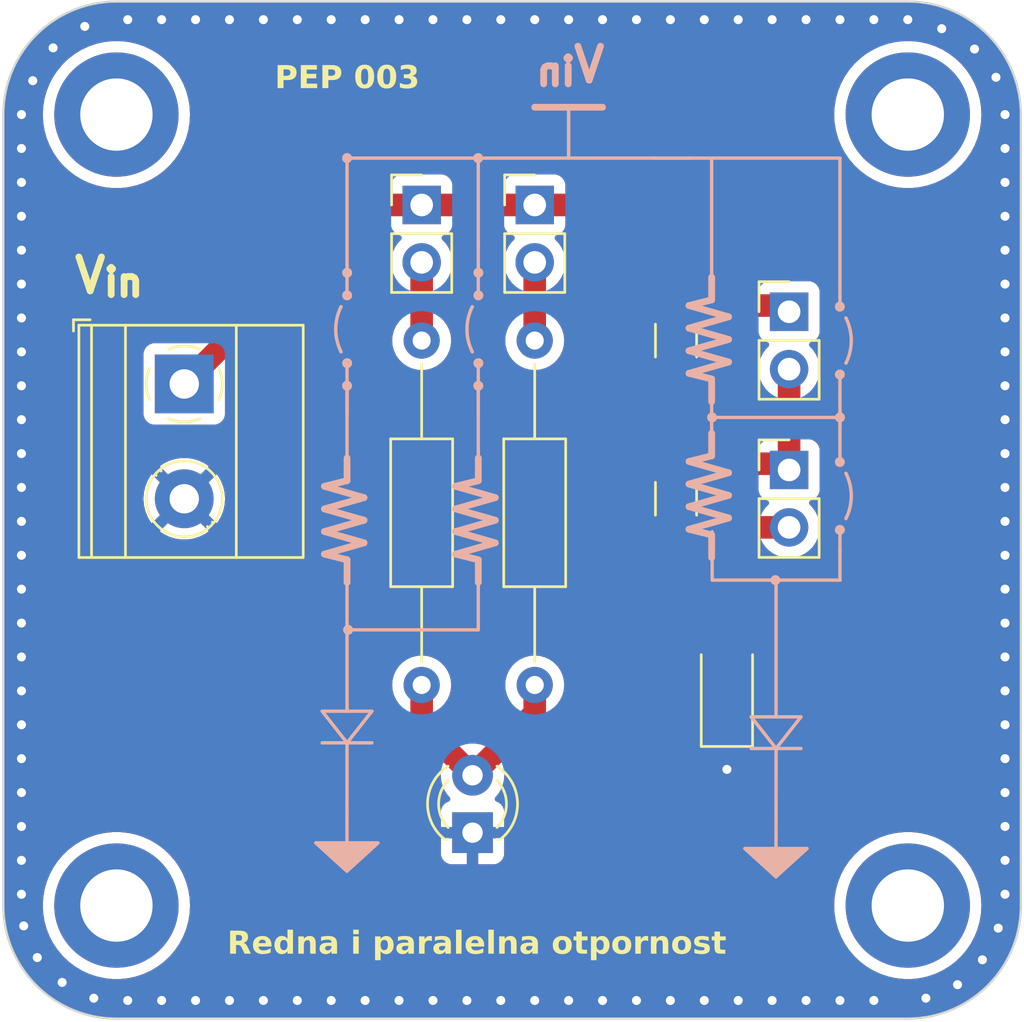
<source format=kicad_pcb>
(kicad_pcb (version 20240108) (generator "pcbnew") (generator_version "8.0")
  (layers (0 "F.Cu" signal) (31 "B.Cu" signal) (34 "B.Paste" user) (35 "F.Paste" user) (36 "B.SilkS" user "B.Silkscreen") (37 "F.SilkS" user "F.Silkscreen") (38 "B.Mask" user) (39 "F.Mask" user) (44 "Edge.Cuts" user))
  (net 0 "")
  (net 1 "0")
  (net 2 "9V")
  (net 3 "Net-(JP3-B)")
  (net 4 "Net-(JP4-B)")
  (net 5 "Net-(D1-A)")
  (net 6 "Net-(D2-A)")
  (net 7 "Net-(JP1-A)")
  (footprint "Resistor_THT:R_Axial_DIN0207_L6.3mm_D2.5mm_P15.24mm_Horizontal" (layer "F.Cu") (at 127.5 76 -90)
    (property "Reference" "R3" (hide yes))
    (property "Value" "470")
    (fp_line (start 4.35 1.37) (end 10.89 1.37) (stroke (width 0.12)) (layer "F.SilkS"))
    (fp_line (start 10.89 1.37) (end 10.89 -1.37) (stroke (width 0.12)) (layer "F.SilkS"))
    (fp_line (start 1.04 0) (end 4.35 0) (stroke (width 0.12)) (layer "F.SilkS"))
    (fp_line (start 14.2 0) (end 10.89 0) (stroke (width 0.12)) (layer "F.SilkS"))
    (fp_line (start 4.35 -1.37) (end 4.35 1.37) (stroke (width 0.12)) (layer "F.SilkS"))
    (fp_line (start 10.89 -1.37) (end 4.35 -1.37) (stroke (width 0.12)) (layer "F.SilkS"))
    (pad "1" thru_hole circle (at 0 0 270) (size 1.6 1.6) (drill 0.8) (layers "*.Cu" "*.Mask") (net 3 "Net-(JP3-B)"))
    (pad "2" thru_hole oval (at 15.24 0 270) (size 1.6 1.6) (drill 0.8) (layers "*.Cu" "*.Mask") (net 5 "Net-(D1-A)"))
  )
  (footprint "Resistor_THT:R_Axial_DIN0207_L6.3mm_D2.5mm_P15.24mm_Horizontal" (layer "F.Cu") (at 122.5 91.24 90)
    (property "Reference" "R4" (hide yes))
    (property "Value" "4.7k")
    (fp_line (start 10.89 -1.37) (end 4.35 -1.37) (stroke (width 0.12)) (layer "F.SilkS"))
    (fp_line (start 4.35 -1.37) (end 4.35 1.37) (stroke (width 0.12)) (layer "F.SilkS"))
    (fp_line (start 14.2 0) (end 10.89 0) (stroke (width 0.12)) (layer "F.SilkS"))
    (fp_line (start 1.04 0) (end 4.35 0) (stroke (width 0.12)) (layer "F.SilkS"))
    (fp_line (start 10.89 1.37) (end 10.89 -1.37) (stroke (width 0.12)) (layer "F.SilkS"))
    (fp_line (start 4.35 1.37) (end 10.89 1.37) (stroke (width 0.12)) (layer "F.SilkS"))
    (pad "1" thru_hole circle (at 0 0 90) (size 1.6 1.6) (drill 0.8) (layers "*.Cu" "*.Mask") (net 5 "Net-(D1-A)"))
    (pad "2" thru_hole oval (at 15.24 0 90) (size 1.6 1.6) (drill 0.8) (layers "*.Cu" "*.Mask") (net 4 "Net-(JP4-B)"))
  )
  (footprint "Connector_PinHeader_2.54mm:PinHeader_1x02_P2.54mm_Vertical" (layer "F.Cu") (at 138.75 81.725)
    (property "Reference" "JP1" (hide yes))
    (property "Value" "Jumper")
    (fp_line (start -1.33 -1.33) (end 0 -1.33) (stroke (width 0.12)) (layer "F.SilkS"))
    (fp_line (start -1.33 0) (end -1.33 -1.33) (stroke (width 0.12)) (layer "F.SilkS"))
    (fp_line (start -1.33 1.27) (end -1.33 3.87) (stroke (width 0.12)) (layer "F.SilkS"))
    (fp_line (start -1.33 1.27) (end 1.33 1.27) (stroke (width 0.12)) (layer "F.SilkS"))
    (fp_line (start -1.33 3.87) (end 1.33 3.87) (stroke (width 0.12)) (layer "F.SilkS"))
    (fp_line (start 1.33 1.27) (end 1.33 3.87) (stroke (width 0.12)) (layer "F.SilkS"))
    (pad "1" thru_hole rect (at 0 0) (size 1.7 1.7) (drill 1) (layers "*.Cu" "*.Mask") (net 7 "Net-(JP1-A)"))
    (pad "2" thru_hole oval (at 0 2.54) (size 1.7 1.7) (drill 1) (layers "*.Cu" "*.Mask") (net 6 "Net-(D2-A)"))
  )
  (footprint "MountingHole:MountingHole_3.2mm_M3_ISO14580_Pad_TopBottom" (layer "F.Cu") (at 144 66)
    (property "Reference" "H3" (hide yes))
    (property "Value" "MountingHole")
    (pad "1" thru_hole circle (at 0 0) (size 3.6 3.6) (drill 3.2) (layers "*.Cu" "*.Mask"))
    (pad "1" connect circle (at 0 0) (size 5.5 5.5) (layers "F.Cu" "F.Mask"))
    (pad "1" connect circle (at 0 0) (size 5.5 5.5) (layers "B.Cu" "B.Mask"))
  )
  (footprint "MountingHole:MountingHole_3.2mm_M3_ISO14580_Pad_TopBottom" (layer "F.Cu") (at 144 101)
    (property "Reference" "H4" (hide yes))
    (property "Value" "MountingHole")
    (pad "1" thru_hole circle (at 0 0) (size 3.6 3.6) (drill 3.2) (layers "*.Cu" "*.Mask"))
    (pad "1" connect circle (at 0 0) (size 5.5 5.5) (layers "F.Cu" "F.Mask"))
    (pad "1" connect circle (at 0 0) (size 5.5 5.5) (layers "B.Cu" "B.Mask"))
  )
  (footprint "LED_THT:LED_D3.0mm" (layer "F.Cu") (at 124.75 97.775 90)
    (property "Reference" "D1" (hide yes))
    (property "Value" "LED")
    (fp_line (start -0.29 -1.236) (end -0.29 -1.08) (stroke (width 0.12)) (layer "F.SilkS"))
    (fp_line (start -0.29 1.08) (end -0.29 1.236) (stroke (width 0.12)) (layer "F.SilkS"))
    (fp_arc (start -0.29 -1.235516) (mid 1.366487 -1.987659) (end 2.942335 -1.078608) (stroke (width 0.12)) (layer "F.SilkS"))
    (fp_arc (start 0.229039 -1.08) (mid 1.270117 -1.5) (end 2.31113 -1.079837) (stroke (width 0.12)) (layer "F.SilkS"))
    (fp_arc (start 2.942335 1.078608) (mid 1.366487 1.987659) (end -0.29 1.235516) (stroke (width 0.12)) (layer "F.SilkS"))
    (fp_arc (start 2.31113 1.079837) (mid 1.270117 1.5) (end 0.229039 1.08) (stroke (width 0.12)) (layer "F.SilkS"))
    (pad "1" thru_hole rect (at 0 0 90) (size 1.8 1.8) (drill 0.9) (layers "*.Cu" "*.Mask") (net 1 "0"))
    (pad "2" thru_hole circle (at 2.54 0 90) (size 1.8 1.8) (drill 0.9) (layers "*.Cu" "*.Mask") (net 5 "Net-(D1-A)"))
  )
  (footprint "Connector_PinHeader_2.54mm:PinHeader_1x02_P2.54mm_Vertical" (layer "F.Cu") (at 122.5 70)
    (property "Reference" "JP4" (hide yes))
    (property "Value" "Jumper")
    (fp_line (start -1.33 -1.33) (end 0 -1.33) (stroke (width 0.12)) (layer "F.SilkS"))
    (fp_line (start -1.33 0) (end -1.33 -1.33) (stroke (width 0.12)) (layer "F.SilkS"))
    (fp_line (start -1.33 1.27) (end -1.33 3.87) (stroke (width 0.12)) (layer "F.SilkS"))
    (fp_line (start -1.33 1.27) (end 1.33 1.27) (stroke (width 0.12)) (layer "F.SilkS"))
    (fp_line (start -1.33 3.87) (end 1.33 3.87) (stroke (width 0.12)) (layer "F.SilkS"))
    (fp_line (start 1.33 1.27) (end 1.33 3.87) (stroke (width 0.12)) (layer "F.SilkS"))
    (pad "1" thru_hole rect (at 0 0) (size 1.7 1.7) (drill 1) (layers "*.Cu" "*.Mask") (net 2 "9V"))
    (pad "2" thru_hole oval (at 0 2.54) (size 1.7 1.7) (drill 1) (layers "*.Cu" "*.Mask") (net 4 "Net-(JP4-B)"))
  )
  (footprint "Connector_PinHeader_2.54mm:PinHeader_1x02_P2.54mm_Vertical" (layer "F.Cu") (at 138.75 74.725)
    (property "Reference" "JP2" (hide yes))
    (property "Value" "Jumper")
    (fp_line (start -1.33 -1.33) (end 0 -1.33) (stroke (width 0.12)) (layer "F.SilkS"))
    (fp_line (start -1.33 0) (end -1.33 -1.33) (stroke (width 0.12)) (layer "F.SilkS"))
    (fp_line (start -1.33 1.27) (end -1.33 3.87) (stroke (width 0.12)) (layer "F.SilkS"))
    (fp_line (start -1.33 1.27) (end 1.33 1.27) (stroke (width 0.12)) (layer "F.SilkS"))
    (fp_line (start -1.33 3.87) (end 1.33 3.87) (stroke (width 0.12)) (layer "F.SilkS"))
    (fp_line (start 1.33 1.27) (end 1.33 3.87) (stroke (width 0.12)) (layer "F.SilkS"))
    (pad "1" thru_hole rect (at 0 0) (size 1.7 1.7) (drill 1) (layers "*.Cu" "*.Mask") (net 2 "9V"))
    (pad "2" thru_hole oval (at 0 2.54) (size 1.7 1.7) (drill 1) (layers "*.Cu" "*.Mask") (net 7 "Net-(JP1-A)"))
  )
  (footprint "Connector_PinHeader_2.54mm:PinHeader_1x02_P2.54mm_Vertical" (layer "F.Cu") (at 127.5 70)
    (property "Reference" "JP3" (hide yes))
    (property "Value" "Jumper" (hide yes))
    (fp_line (start -1.33 -1.33) (end 0 -1.33) (stroke (width 0.12)) (layer "F.SilkS"))
    (fp_line (start -1.33 0) (end -1.33 -1.33) (stroke (width 0.12)) (layer "F.SilkS"))
    (fp_line (start -1.33 1.27) (end -1.33 3.87) (stroke (width 0.12)) (layer "F.SilkS"))
    (fp_line (start -1.33 1.27) (end 1.33 1.27) (stroke (width 0.12)) (layer "F.SilkS"))
    (fp_line (start -1.33 3.87) (end 1.33 3.87) (stroke (width 0.12)) (layer "F.SilkS"))
    (fp_line (start 1.33 1.27) (end 1.33 3.87) (stroke (width 0.12)) (layer "F.SilkS"))
    (pad "1" thru_hole rect (at 0 0) (size 1.7 1.7) (drill 1) (layers "*.Cu" "*.Mask") (net 2 "9V"))
    (pad "2" thru_hole oval (at 0 2.54) (size 1.7 1.7) (drill 1) (layers "*.Cu" "*.Mask") (net 3 "Net-(JP3-B)"))
  )
  (footprint "MountingHole:MountingHole_3.2mm_M3_ISO14580_Pad_TopBottom" (layer "F.Cu") (at 109 66)
    (property "Reference" "H2" (hide yes))
    (property "Value" "MountingHole")
    (pad "1" thru_hole circle (at 0 0) (size 3.6 3.6) (drill 3.2) (layers "*.Cu" "*.Mask"))
    (pad "1" connect circle (at 0 0) (size 5.5 5.5) (layers "F.Cu" "F.Mask"))
    (pad "1" connect circle (at 0 0) (size 5.5 5.5) (layers "B.Cu" "B.Mask"))
  )
  (footprint "Resistor_SMD:R_1206_3216Metric_Pad1.30x1.75mm_HandSolder" (layer "F.Cu") (at 133.75 83 -90)
    (property "Reference" "R5" (hide yes))
    (property "Value" "470" (hide yes))
    (fp_line (start -0.727064 0.91) (end 0.727064 0.91) (stroke (width 0.12)) (layer "F.SilkS"))
    (fp_line (start -0.727064 -0.91) (end 0.727064 -0.91) (stroke (width 0.12)) (layer "F.SilkS"))
    (pad "1" smd roundrect (at -1.55 0 270) (size 1.3 1.75) (layers "F.Cu" "F.Paste" "F.Mask") (roundrect_rratio 0.1923076923) (net 7 "Net-(JP1-A)"))
    (pad "2" smd roundrect (at 1.55 0 270) (size 1.3 1.75) (layers "F.Cu" "F.Paste" "F.Mask") (roundrect_rratio 0.1923076923) (net 6 "Net-(D2-A)"))
  )
  (footprint "TerminalBlock_Phoenix:TerminalBlock_Phoenix_MKDS-1,5-2-5.08_1x02_P5.08mm_Horizontal" (layer "F.Cu") (at 112 77.92 -90)
    (property "Reference" "J1" (hide yes))
    (property "Value" "Screw_Terminal_01x02")
    (fp_line (start -2.84 4.9) (end -2.34 4.9) (stroke (width 0.12)) (layer "F.SilkS"))
    (fp_line (start -2.6 4.66) (end 7.68 4.66) (stroke (width 0.12)) (layer "F.SilkS"))
    (fp_line (start -2.84 4.16) (end -2.84 4.9) (stroke (width 0.12)) (layer "F.SilkS"))
    (fp_line (start -2.6 4.1) (end 7.68 4.1) (stroke (width 0.12)) (layer "F.SilkS"))
    (fp_line (start -2.6 2.6) (end 7.68 2.6) (stroke (width 0.12)) (layer "F.SilkS"))
    (fp_line (start 4.046 1.239) (end 4.011 1.274) (stroke (width 0.12)) (layer "F.SilkS"))
    (fp_line (start 3.853 1.023) (end 3.806 1.069) (stroke (width 0.12)) (layer "F.SilkS"))
    (fp_line (start 6.355 -1.069) (end 6.308 -1.023) (stroke (width 0.12)) (layer "F.SilkS"))
    (fp_line (start 6.15 -1.275) (end 6.115 -1.239) (stroke (width 0.12)) (layer "F.SilkS"))
    (fp_line (start -2.6 -2.301) (end 7.68 -2.301) (stroke (width 0.12)) (layer "F.SilkS"))
    (fp_line (start -2.6 -5.261) (end -2.6 4.66) (stroke (width 0.12)) (layer "F.SilkS"))
    (fp_line (start -2.6 -5.261) (end 7.68 -5.261) (stroke (width 0.12)) (layer "F.SilkS"))
    (fp_line (start 7.68 -5.261) (end 7.68 4.66) (stroke (width 0.12)) (layer "F.SilkS"))
    (fp_arc (start 0.028805 1.680253) (mid -0.335551 1.646659) (end -0.684 1.535) (stroke (width 0.12)) (layer "F.SilkS"))
    (fp_arc (start 0.683318 1.534756) (mid 0.349292 1.643288) (end 0 1.68) (stroke (width 0.12)) (layer "F.SilkS"))
    (fp_arc (start -1.535427 0.683042) (mid -1.680501 -0.000524) (end -1.535 -0.684) (stroke (width 0.12)) (layer "F.SilkS"))
    (fp_arc (start 1.535427 -0.683042) (mid 1.680501 0.000524) (end 1.535 0.684) (stroke (width 0.12)) (layer "F.SilkS"))
    (fp_arc (start -0.683042 -1.535427) (mid 0.000524 -1.680501) (end 0.684 -1.535) (stroke (width 0.12)) (layer "F.SilkS"))
    (fp_circle (center 5.08 0) (end 6.76 0) (stroke (width 0.12)) (fill none) (layer "F.SilkS"))
    (pad "1" thru_hole rect (at 0 0 270) (size 2.6 2.6) (drill 1.3) (layers "*.Cu" "*.Mask") (net 2 "9V"))
    (pad "2" thru_hole circle (at 5.08 0 270) (size 2.6 2.6) (drill 1.3) (layers "*.Cu" "*.Mask") (net 1 "0"))
  )
  (footprint "LED_SMD:LED_1206_3216Metric_Pad1.42x1.75mm_HandSolder" (layer "F.Cu") (at 136 91.5 90)
    (property "Reference" "D2" (hide yes))
    (property "Value" "LED")
    (fp_line (start 1.6 -1.135) (end -2.46 -1.135) (stroke (width 0.12)) (layer "F.SilkS"))
    (fp_line (start -2.46 -1.135) (end -2.46 1.135) (stroke (width 0.12)) (layer "F.SilkS"))
    (fp_line (start -2.46 1.135) (end 1.6 1.135) (stroke (width 0.12)) (layer "F.SilkS"))
    (pad "1" smd roundrect (at -1.4875 0 90) (size 1.425 1.75) (layers "F.Cu" "F.Paste" "F.Mask") (roundrect_rratio 0.1754392982) (net 1 "0"))
    (pad "2" smd roundrect (at 1.4875 0 90) (size 1.425 1.75) (layers "F.Cu" "F.Paste" "F.Mask") (roundrect_rratio 0.1754392982) (net 6 "Net-(D2-A)"))
  )
  (footprint "MountingHole:MountingHole_3.2mm_M3_ISO14580_Pad_TopBottom" (layer "F.Cu") (at 109 101 -90)
    (property "Reference" "H1" (hide yes))
    (property "Value" "MountingHole")
    (pad "1" thru_hole circle (at 0 0 270) (size 3.6 3.6) (drill 3.2) (layers "*.Cu" "*.Mask"))
    (pad "1" connect circle (at 0 0 270) (size 5.5 5.5) (layers "F.Cu" "F.Mask"))
    (pad "1" connect circle (at 0 0 270) (size 5.5 5.5) (layers "B.Cu" "B.Mask"))
  )
  (footprint "Resistor_SMD:R_1206_3216Metric_Pad1.30x1.75mm_HandSolder" (layer "F.Cu") (at 133.75 76 -90)
    (property "Reference" "R2" (hide yes))
    (property "Value" "4.7k" (hide yes))
    (fp_line (start -0.727064 0.91) (end 0.727064 0.91) (stroke (width 0.12)) (layer "F.SilkS"))
    (fp_line (start -0.727064 -0.91) (end 0.727064 -0.91) (stroke (width 0.12)) (layer "F.SilkS"))
    (pad "1" smd roundrect (at -1.55 0 270) (size 1.3 1.75) (layers "F.Cu" "F.Paste" "F.Mask") (roundrect_rratio 0.1923076923) (net 2 "9V"))
    (pad "2" smd roundrect (at 1.55 0 270) (size 1.3 1.75) (layers "F.Cu" "F.Paste" "F.Mask") (roundrect_rratio 0.1923076923) (net 7 "Net-(JP1-A)"))
  )
  (gr_circle (center 140.999998 79.4) (end 140.874998 79.475) (stroke (width 0.15)) (fill none) (layer "B.SilkS"))
  (gr_line (start 136.075 75.95) (end 134.325 76.45) (stroke (width 0.3)) (layer "B.SilkS"))
  (gr_line (start 135.325 67.925) (end 135.325 73.2) (stroke (width 0.15)) (layer "B.SilkS"))
  (gr_line (start 137.074999 94.05) (end 139.274999 94.05) (stroke (width 0.15)) (layer "B.SilkS"))
  (gr_line (start 140.999998 67.925) (end 132.699998 67.925) (stroke (width 0.15)) (layer "B.SilkS"))
  (gr_line (start 117.821378 98.226018) (end 119.196378 99.476018) (stroke (width 0.15)) (layer "B.SilkS"))
  (gr_line (start 124.004227 82.45) (end 125.754227 82.95) (stroke (width 0.3)) (layer "B.SilkS"))
  (gr_line (start 134.325 81.35) (end 136.075 81.85) (stroke (width 0.3)) (layer "B.SilkS"))
  (gr_line (start 141.000001 79.75) (end 141.000001 78.5) (stroke (width 0.15)) (layer "B.SilkS"))
  (gr_line (start 119.949998 82.95) (end 118.199998 83.45) (stroke (width 0.3)) (layer "B.SilkS"))
  (gr_line (start 136.075 76.95) (end 134.325 77.45) (stroke (width 0.15)) (layer "B.SilkS"))
  (gr_line (start 119.199998 77) (end 119.199998 78) (stroke (width 0.15)) (layer "B.SilkS"))
  (gr_line (start 125.004227 78.145773) (end 125.004227 82.2) (stroke (width 0.15)) (layer "B.SilkS"))
  (gr_line (start 136.075 74.95) (end 134.325 75.45) (stroke (width 0.15)) (layer "B.SilkS"))
  (gr_line (start 134.325 84.35) (end 135.325 84.6) (stroke (width 0.15)) (layer "B.SilkS"))
  (gr_line (start 134.325 82.35) (end 136.075 82.85) (stroke (width 0.3)) (layer "B.SilkS"))
  (gr_line (start 119.199998 85.7) (end 119.199998 86.7) (stroke (width 0.3)) (layer "B.SilkS"))
  (gr_circle (center 140.995774 84.375) (end 140.870774 84.45) (stroke (width 0.15)) (fill none) (layer "B.SilkS"))
  (gr_line (start 140.999998 86.6) (end 141.000001 85.275) (stroke (width 0.15)) (layer "B.SilkS"))
  (gr_line (start 136.075 82.85) (end 134.325 83.35) (stroke (width 0.3)) (layer "B.SilkS"))
  (gr_line (start 128.999998 65.675) (end 128.999998 67.925) (stroke (width 0.15)) (layer "B.SilkS"))
  (gr_line (start 139.274999 92.65) (end 138.174999 94.05) (stroke (width 0.15)) (layer "B.SilkS"))
  (gr_line (start 119.199998 81.2) (end 119.199998 82.2) (stroke (width 0.3)) (layer "B.SilkS"))
  (gr_line (start 125.754227 84.95) (end 124.004227 85.45) (stroke (width 0.3)) (layer "B.SilkS"))
  (gr_line (start 136.075 83.85) (end 134.325 84.35) (stroke (width 0.15)) (layer "B.SilkS"))
  (gr_line (start 141.000001 74.5) (end 141.000001 73.5) (stroke (width 0.15)) (layer "B.SilkS"))
  (gr_line (start 119.199998 71.75) (end 119.199998 73) (stroke (width 0.15)) (layer "B.SilkS"))
  (gr_line (start 125.004227 85.7) (end 125.004227 86.7) (stroke (width 0.3)) (layer "B.SilkS"))
  (gr_line (start 138.174999 86.6) (end 138.174999 92.65) (stroke (width 0.15)) (layer "B.SilkS"))
  (gr_line (start 124.004227 83.45) (end 125.754227 83.95) (stroke (width 0.3)) (layer "B.SilkS"))
  (gr_line (start 134.325 82.35) (end 136.075 82.85) (stroke (width 0.15)) (layer "B.SilkS"))
  (gr_line (start 118.199998 82.45) (end 119.949998 82.95) (stroke (width 0.3)) (layer "B.SilkS"))
  (gr_circle (center 119.204225 74) (end 119.329225 74.075) (stroke (width 0.15)) (fill none) (layer "B.SilkS"))
  (gr_line (start 136.075 75.95) (end 134.325 76.45) (stroke (width 0.15)) (layer "B.SilkS"))
  (gr_line (start 136.075 81.85) (end 134.325 82.35) (stroke (width 0.15)) (layer "B.SilkS"))
  (gr_line (start 125.004227 81.2) (end 125.004227 82.2) (stroke (width 0.3)) (layer "B.SilkS"))
  (gr_line (start 134.325 75.45) (end 136.075 75.95) (stroke (width 0.15)) (layer "B.SilkS"))
  (gr_line (start 135.325 80.1) (end 135.325 77.7) (stroke (width 0.15)) (layer "B.SilkS"))
  (gr_line (start 125.004227 79.25) (end 125.004227 78) (stroke (width 0.15)) (layer "B.SilkS"))
  (gr_line (start 135.325 73.2) (end 135.325 74.2) (stroke (width 0.3)) (layer "B.SilkS"))
  (gr_line (start 140.999998 79.4) (end 135.4 79.4) (stroke (width 0.15)) (layer "B.SilkS"))
  (gr_circle (center 125.008454 77) (end 125.133454 77.075) (stroke (width 0.15)) (fill none) (layer "B.SilkS"))
  (gr_line (start 136.075 82.85) (end 134.325 83.35) (stroke (width 0.15)) (layer "B.SilkS"))
  (gr_line (start 136.075 83.85) (end 134.325 84.35) (stroke (width 0.3)) (layer "B.SilkS"))
  (gr_circle (center 119.199998 78) (end 119.324998 78.075) (stroke (width 0.15)) (fill none) (layer "B.SilkS"))
  (gr_line (start 119.199998 88.8) (end 119.199998 85.7) (stroke (width 0.15)) (layer "B.SilkS"))
  (gr_line (start 119.199998 93.8) (end 119.196378 98.476018) (stroke (width 0.15)) (layer "B.SilkS"))
  (gr_line (start 118.099998 92.4) (end 120.299998 92.4) (stroke (width 0.15)) (layer "B.SilkS"))
  (gr_circle (center 140.995774 77.5) (end 140.870774 77.575) (stroke (width 0.15)) (fill none) (layer "B.SilkS"))
  (gr_line (start 118.199998 84.45) (end 119.949998 84.95) (stroke (width 0.3)) (layer "B.SilkS"))
  (gr_line (start 119.199998 93.8) (end 118.099998 92.4) (stroke (width 0.15)) (layer "B.SilkS"))
  (gr_line (start 134.325 74.45) (end 136.075 74.95) (stroke (width 0.3)) (layer "B.SilkS"))
  (gr_circle (center 140.995774 74.5) (end 140.870774 74.575) (stroke (width 0.15)) (fill none) (layer "B.SilkS"))
  (gr_line (start 125.004227 77) (end 125.004227 78) (stroke (width 0.15)) (layer "B.SilkS"))
  (gr_line (start 136.796379 98.476018) (end 138.171379 99.726018) (stroke (width 0.15)) (layer "B.SilkS"))
  (gr_line (start 141.000001 81.375) (end 141.000001 80.375) (stroke (width 0.15)) (layer "B.SilkS"))
  (gr_line (start 119.199998 78) (end 119.199998 82.2) (stroke (width 0.15)) (layer "B.SilkS"))
  (gr_line (start 135.325 84.6) (end 135.325 85.6) (stroke (width 0.3)) (layer "B.SilkS"))
  (gr_line (start 135.325 81.1) (end 134.325 81.35) (stroke (width 0.3)) (layer "B.SilkS"))
  (gr_circle (center 138.145773 86.6) (end 138.270773 86.675) (stroke (width 0.15)) (fill none) (layer "B.SilkS"))
  (gr_line (start 135.325 77.7) (end 135.325 78.7) (stroke (width 0.3)) (layer "B.SilkS"))
  (gr_line (start 119.199998 74) (end 119.199998 73) (stroke (width 0.15)) (layer "B.SilkS"))
  (gr_line (start 125.004227 88.8) (end 119.199998 88.8) (stroke (width 0.15)) (layer "B.SilkS"))
  (gr_circle (center 125 67.925) (end 125.125 68) (stroke (width 0.15)) (fill none) (layer "B.SilkS"))
  (gr_line (start 119.199998 67.925) (end 119.199998 71.75) (stroke (width 0.15)) (layer "B.SilkS"))
  (gr_circle (center 140.995774 81.375) (end 140.870774 81.45) (stroke (width 0.15)) (fill none) (layer "B.SilkS"))
  (gr_line (start 134.325 77.45) (end 135.325 77.7) (stroke (width 0.15)) (layer "B.SilkS"))
  (gr_line (start 125.004227 88.8) (end 125.004227 86) (stroke (width 0.15)) (layer "B.SilkS"))
  (gr_line (start 125.754227 83.95) (end 124.004227 84.45) (stroke (width 0.3)) (layer "B.SilkS"))
  (gr_circle (center 125.004227 78) (end 125.129227 78.075) (stroke (width 0.15)) (fill none) (layer "B.SilkS"))
  (gr_line (start 125.754227 82.95) (end 124.004227 83.45) (stroke (width 0.3)) (layer "B.SilkS"))
  (gr_poly (pts (xy 139.546379 98.476018) (xy 136.796379 98.476018) (xy 138.171379 99.726018)) (stroke (width 0.15)) (fill solid) (layer "B.SilkS"))
  (gr_arc (start 141.263933 81.875) (mid 141.499998 82.875) (end 141.263933 83.875) (stroke (width 0.15)) (layer "B.SilkS"))
  (gr_line (start 119.199998 88.5) (end 119.199998 92.4) (stroke (width 0.15)) (layer "B.SilkS"))
  (gr_arc (start 141.263933 75) (mid 141.499998 76) (end 141.263933 77) (stroke (width 0.15)) (layer "B.SilkS"))
  (gr_line (start 141.000001 79.125) (end 141.000001 80.375) (stroke (width 0.15)) (layer "B.SilkS"))
  (gr_line (start 134.325 76.45) (end 136.075 76.95) (stroke (width 0.3)) (layer "B.SilkS"))
  (gr_line (start 137.074999 92.65) (end 139.274999 92.65) (stroke (width 0.15)) (layer "B.SilkS"))
  (gr_line (start 141.000001 77.5) (end 141.000001 78.5) (stroke (width 0.15)) (layer "B.SilkS"))
  (gr_circle (center 119.204225 73) (end 119.329225 73.075) (stroke (width 0.15)) (fill none) (layer "B.SilkS"))
  (gr_line (start 119.949998 83.95) (end 118.199998 84.45) (stroke (width 0.3)) (layer "B.SilkS"))
  (gr_line (start 134.325 77.45) (end 135.325 77.7) (stroke (width 0.3)) (layer "B.SilkS"))
  (gr_circle (center 119.199998 67.925) (end 119.324998 68) (stroke (width 0.15)) (fill none) (layer "B.SilkS"))
  (gr_line (start 140.999998 86.6) (end 135.35 86.6) (stroke (width 0.15)) (layer "B.SilkS"))
  (gr_circle (center 135.345773 79.4) (end 135.220773 79.475) (stroke (width 0.15)) (fill none) (layer "B.SilkS"))
  (gr_line (start 136.075 81.85) (end 134.325 82.35) (stroke (width 0.3)) (layer "B.SilkS"))
  (gr_line (start 135.325 81.1) (end 134.325 81.35) (stroke (width 0.15)) (layer "B.SilkS"))
  (gr_line (start 119.199998 79.25) (end 119.199998 78) (stroke (width 0.15)) (layer "B.SilkS"))
  (gr_poly (pts (xy 120.571378 98.226018) (xy 117.821378 98.226018) (xy 119.196378 99.476018)) (stroke (width 0.15)) (fill solid) (layer "B.SilkS"))
  (gr_arc (start 124.740295 76.5) (mid 124.50423 75.5) (end 124.740295 74.5) (stroke (width 0.15)) (layer "B.SilkS"))
  (gr_circle (center 119.245773 88.8) (end 119.370773 88.875) (stroke (width 0.15)) (fill none) (layer "B.SilkS"))
  (gr_line (start 124.004227 84.45) (end 125.754227 84.95) (stroke (width 0.3)) (layer "B.SilkS"))
  (gr_line (start 119.199998 82.2) (end 118.199998 82.45) (stroke (width 0.3)) (layer "B.SilkS"))
  (gr_line (start 125.004227 71.75) (end 125.004227 73) (stroke (width 0.15)) (layer "B.SilkS"))
  (gr_line (start 135.325 74.2) (end 134.325 74.45) (stroke (width 0.3)) (layer "B.SilkS"))
  (gr_line (start 134.325 83.35) (end 136.075 83.85) (stroke (width 0.3)) (layer "B.SilkS"))
  (gr_line (start 118.099998 93.8) (end 120.299998 93.8) (stroke (width 0.15)) (layer "B.SilkS"))
  (gr_line (start 140.999998 67.925) (end 141.000001 73.5) (stroke (width 0.15)) (layer "B.SilkS"))
  (gr_line (start 118.199998 85.45) (end 119.199998 85.7) (stroke (width 0.3)) (layer "B.SilkS"))
  (gr_line (start 125.004227 67.925) (end 125.004227 71.75) (stroke (width 0.15)) (layer "B.SilkS"))
  (gr_line (start 130.499998 65.675) (end 127.499998 65.675) (stroke (width 0.3)) (layer "B.SilkS"))
  (gr_line (start 124.004227 85.45) (end 125.004227 85.7) (stroke (width 0.3)) (layer "B.SilkS"))
  (gr_line (start 136.075 76.95) (end 134.325 77.45) (stroke (width 0.3)) (layer "B.SilkS"))
  (gr_line (start 136.075 74.95) (end 134.325 75.45) (stroke (width 0.3)) (layer "B.SilkS"))
  (gr_circle (center 125.008454 74) (end 125.133454 74.075) (stroke (width 0.15)) (fill none) (layer "B.SilkS"))
  (gr_line (start 135.35 86.6) (end 135.345 84.46) (stroke (width 0.15)) (layer "B.SilkS"))
  (gr_line (start 125.004227 82.2) (end 124.004227 82.45) (stroke (width 0.3)) (layer "B.SilkS"))
  (gr_line (start 120.299998 92.4) (end 119.199998 93.8) (stroke (width 0.15)) (layer "B.SilkS"))
  (gr_line (start 135.325 74.2) (end 134.325 74.45) (stroke (width 0.15)) (layer "B.SilkS"))
  (gr_circle (center 125.008454 73) (end 125.133454 73.075) (stroke (width 0.15)) (fill none) (layer "B.SilkS"))
  (gr_line (start 141.000001 84.375) (end 141.000001 85.375) (stroke (width 0.15)) (layer "B.SilkS"))
  (gr_line (start 134.325 83.35) (end 136.075 83.85) (stroke (width 0.15)) (layer "B.SilkS"))
  (gr_line (start 118.199998 83.45) (end 119.949998 83.95) (stroke (width 0.3)) (layer "B.SilkS"))
  (gr_line (start 119.949998 84.95) (end 118.199998 85.45) (stroke (width 0.3)) (layer "B.SilkS"))
  (gr_line (start 134.325 74.45) (end 136.075 74.95) (stroke (width 0.15)) (layer "B.SilkS"))
  (gr_line (start 134.325 84.35) (end 135.325 84.6) (stroke (width 0.3)) (layer "B.SilkS"))
  (gr_line (start 134.499998 67.925) (end 119.249998 67.925) (stroke (width 0.15)) (layer "B.SilkS"))
  (gr_arc (start 118.936066 76.5) (mid 118.700001 75.5) (end 118.936066 74.5) (stroke (width 0.15)) (layer "B.SilkS"))
  (gr_line (start 138.174999 94.05) (end 138.171379 98.726018) (stroke (width 0.15)) (layer "B.SilkS"))
  (gr_line (start 135.325 80.1) (end 135.325 81.1) (stroke (width 0.3)) (layer "B.SilkS"))
  (gr_line (start 125.004227 74) (end 125.004227 73) (stroke (width 0.15)) (layer "B.SilkS"))
  (gr_line (start 134.325 75.45) (end 136.075 75.95) (stroke (width 0.3)) (layer "B.SilkS"))
  (gr_line (start 138.174999 94.05) (end 137.074999 92.65) (stroke (width 0.15)) (layer "B.SilkS"))
  (gr_circle (center 119.204225 77) (end 119.329225 77.075) (stroke (width 0.15)) (fill none) (layer "B.SilkS"))
  (gr_line (start 134.325 76.45) (end 136.075 76.95) (stroke (width 0.15)) (layer "B.SilkS"))
  (gr_line (start 134.325 81.35) (end 136.075 81.85) (stroke (width 0.15)) (layer "B.SilkS"))
  (gr_line (start 149 101) (end 148.999998 66) (stroke (width 0.1)) (layer "Edge.Cuts"))
  (gr_arc (start 104 66) (mid 105.464467 62.464467) (end 109 61) (stroke (width 0.1)) (layer "Edge.Cuts"))
  (gr_arc (start 144 61) (mid 147.535533 62.464466) (end 148.999998 66) (stroke (width 0.1)) (layer "Edge.Cuts"))
  (gr_line (start 104 66) (end 104 101) (stroke (width 0.1)) (layer "Edge.Cuts"))
  (gr_arc (start 149 101) (mid 147.535533 104.535533) (end 144 106) (stroke (width 0.1)) (layer "Edge.Cuts"))
  (gr_line (start 109 106) (end 144 106) (stroke (width 0.1)) (layer "Edge.Cuts"))
  (gr_arc (start 109 106) (mid 105.464467 104.535533) (end 104 101) (stroke (width 0.1)) (layer "Edge.Cuts"))
  (gr_line (start 144.000002 61) (end 109 61) (stroke (width 0.1)) (layer "Edge.Cuts"))
  (gr_text "V_{in}\n" (at 130.749998 64.675 0) (layer "B.SilkS") (effects (font (size 1.5 1.5) (thickness 0.3) (bold yes)) (justify left bottom mirror)))
  (gr_text "Redna i paralelna otpornost" (at 113.9 103.3 0) (layer "F.SilkS") (effects (font (size 1 1) (thickness 0.2) (bold yes)) (justify left bottom)))
  (gr_text "V_{in}\n" (at 107 74 0) (layer "F.SilkS") (effects (font (size 1.5 1.5) (thickness 0.3) (bold yes)) (justify left bottom)))
  (gr_text "PEP 003\n" (at 116 65 0) (layer "F.SilkS") (effects (font (size 1 1) (thickness 0.2) (bold yes)) (justify left bottom)))
  (segment (start 136 94.975) (end 136 93.025) (width 1) (layer "F.Cu") (net 1))
  (via (at 148.3 97.5) (size 0.8) (drill 0.4) (layers "F.Cu" "B.Cu") (net 1))
  (via (at 126 105.2) (size 0.8) (drill 0.4) (layers "F.Cu" "B.Cu") (net 1))
  (via (at 148.3 99) (size 0.8) (drill 0.4) (layers "F.Cu" "B.Cu") (net 1))
  (via (at 148.3 67.5) (size 0.8) (drill 0.4) (layers "F.Cu" "B.Cu") (net 1))
  (via (at 104.8 72) (size 0.8) (drill 0.4) (layers "F.Cu" "B.Cu") (net 1))
  (via (at 104.8 76.5) (size 0.8) (drill 0.4) (layers "F.Cu" "B.Cu") (net 1))
  (via (at 104.8 96) (size 0.8) (drill 0.4) (layers "F.Cu" "B.Cu") (net 1))
  (via (at 120 61.8) (size 0.8) (drill 0.4) (layers "F.Cu" "B.Cu") (net 1))
  (via (at 127.5 61.8) (size 0.8) (drill 0.4) (layers "F.Cu" "B.Cu") (net 1))
  (via (at 104.8 84) (size 0.8) (drill 0.4) (layers "F.Cu" "B.Cu") (net 1))
  (via (at 109.5 105.2) (size 0.8) (drill 0.4) (layers "F.Cu" "B.Cu") (net 1))
  (via (at 107.6 62.1) (size 0.8) (drill 0.4) (layers "F.Cu" "B.Cu") (net 1))
  (via (at 120 105.2) (size 0.8) (drill 0.4) (layers "F.Cu" "B.Cu") (net 1))
  (via (at 104.8 97.5) (size 0.8) (drill 0.4) (layers "F.Cu" "B.Cu") (net 1))
  (via (at 144 61.8) (size 0.8) (drill 0.4) (layers "F.Cu" "B.Cu") (net 1))
  (via (at 105.5 103.3) (size 0.8) (drill 0.4) (layers "F.Cu" "B.Cu") (net 1))
  (via (at 148.3 91.5) (size 0.8) (drill 0.4) (layers "F.Cu" "B.Cu") (net 1))
  (via (at 111 61.8) (size 0.8) (drill 0.4) (layers "F.Cu" "B.Cu") (net 1))
  (via (at 124.5 61.8) (size 0.8) (drill 0.4) (layers "F.Cu" "B.Cu") (net 1))
  (via (at 115.5 61.8) (size 0.8) (drill 0.4) (layers "F.Cu" "B.Cu") (net 1))
  (via (at 109.5 61.8) (size 0.8) (drill 0.4) (layers "F.Cu" "B.Cu") (net 1))
  (via (at 146.2 104.5) (size 0.8) (drill 0.4) (layers "F.Cu" "B.Cu") (net 1))
  (via (at 129 61.8) (size 0.8) (drill 0.4) (layers "F.Cu" "B.Cu") (net 1))
  (via (at 114 105.2) (size 0.8) (drill 0.4) (layers "F.Cu" "B.Cu") (net 1))
  (via (at 147.9 64.35) (size 0.8) (drill 0.4) (layers "F.Cu" "B.Cu") (net 1))
  (via (at 112.5 61.8) (size 0.8) (drill 0.4) (layers "F.Cu" "B.Cu") (net 1))
  (via (at 129 105.2) (size 0.8) (drill 0.4) (layers "F.Cu" "B.Cu") (net 1))
  (via (at 148.3 82.5) (size 0.8) (drill 0.4) (layers "F.Cu" "B.Cu") (net 1))
  (via (at 148.3 73.5) (size 0.8) (drill 0.4) (layers "F.Cu" "B.Cu") (net 1))
  (via (at 104.8 90) (size 0.8) (drill 0.4) (layers "F.Cu" "B.Cu") (net 1))
  (via (at 141 61.8) (size 0.8) (drill 0.4) (layers "F.Cu" "B.Cu") (net 1))
  (via (at 132 61.8) (size 0.8) (drill 0.4) (layers "F.Cu" "B.Cu") (net 1))
  (via (at 106.6 104.4) (size 0.8) (drill 0.4) (layers "F.Cu" "B.Cu") (net 1))
  (via (at 104.8 82.5) (size 0.8) (drill 0.4) (layers "F.Cu" "B.Cu") (net 1))
  (via (at 104.8 66) (size 0.8) (drill 0.4) (layers "F.Cu" "B.Cu") (net 1))
  (via (at 118.5 105.2) (size 0.8) (drill 0.4) (layers "F.Cu" "B.Cu") (net 1))
  (via (at 104.8 75) (size 0.8) (drill 0.4) (layers "F.Cu" "B.Cu") (net 1))
  (via (at 104.8 99) (size 0.8) (drill 0.4) (layers "F.Cu" "B.Cu") (net 1))
  (via (at 104.8 79.5) (size 0.8) (drill 0.4) (layers "F.Cu" "B.Cu") (net 1))
  (via (at 130.5 61.8) (size 0.8) (drill 0.4) (layers "F.Cu" "B.Cu") (net 1))
  (via (at 141 105.2) (size 0.8) (drill 0.4) (layers "F.Cu" "B.Cu") (net 1))
  (via (at 142.5 61.8) (size 0.8) (drill 0.4) (layers "F.Cu" "B.Cu") (net 1))
  (via (at 145.5 62.2) (size 0.8) (drill 0.4) (layers "F.Cu" "B.Cu") (net 1))
  (via (at 104.8 67.5) (size 0.8) (drill 0.4) (layers "F.Cu" "B.Cu") (net 1))
  (via (at 148.3 66) (size 0.8) (drill 0.4) (layers "F.Cu" "B.Cu") (net 1))
  (via (at 104.8 70.5) (size 0.8) (drill 0.4) (layers "F.Cu" "B.Cu") (net 1))
  (via (at 118.5 61.8) (size 0.8) (drill 0.4) (layers "F.Cu" "B.Cu") (net 1))
  (via (at 104.8 69) (size 0.8) (drill 0.4) (layers "F.Cu" "B.Cu") (net 1))
  (via (at 148.3 100.5) (size 0.8) (drill 0.4) (layers "F.Cu" "B.Cu") (net 1))
  (via (at 106.2 63.05) (size 0.8) (drill 0.4) (layers "F.Cu" "B.Cu") (net 1))
  (via (at 148.3 79.5) (size 0.8) (drill 0.4) (layers "F.Cu" "B.Cu") (net 1))
  (via (at 121.5 105.2) (size 0.8) (drill 0.4) (layers "F.Cu" "B.Cu") (net 1))
  (via (at 121.5 61.8) (size 0.8) (drill 0.4) (layers "F.Cu" "B.Cu") (net 1))
  (via (at 144.8 105.1) (size 0.8) (drill 0.4) (layers "F.Cu" "B.Cu") (net 1))
  (via (at 104.8 81) (size 0.8) (drill 0.4) (layers "F.Cu" "B.Cu") (net 1))
  (via (at 139.5 61.8) (size 0.8) (drill 0.4) (layers "F.Cu" "B.Cu") (net 1))
  (via (at 148.3 88.5) (size 0.8) (drill 0.4) (layers "F.Cu" "B.Cu") (net 1))
  (via (at 148 102) (size 0.8) (drill 0.4) (layers "F.Cu" "B.Cu") (net 1))
  (via (at 127.5 105.2) (size 0.8) (drill 0.4) (layers "F.Cu" "B.Cu") (net 1))
  (via (at 148.3 81) (size 0.8) (drill 0.4) (layers "F.Cu" "B.Cu") (net 1))
  (via (at 133.5 105.2) (size 0.8) (drill 0.4) (layers "F.Cu" "B.Cu") (net 1))
  (via (at 124.5 105.2) (size 0.8) (drill 0.4) (layers "F.Cu" "B.Cu") (net 1))
  (via (at 148.3 70.5) (size 0.8) (drill 0.4) (layers "F.Cu" "B.Cu") (net 1))
  (via (at 133.5 61.8) (size 0.8) (drill 0.4) (layers "F.Cu" "B.Cu") (net 1))
  (via (at 148.3 84) (size 0.8) (drill 0.4) (layers "F.Cu" "B.Cu") (net 1))
  (via (at 148.3 85.5) (size 0.8) (drill 0.4) (layers "F.Cu" "B.Cu") (net 1))
  (via (at 148.3 93) (size 0.8) (drill 0.4) (layers "F.Cu" "B.Cu") (net 1))
  (via (at 148.3 75) (size 0.8) (drill 0.4) (layers "F.Cu" "B.Cu") (net 1))
  (via (at 147.3 103.4) (size 0.8) (drill 0.4) (layers "F.Cu" "B.Cu") (net 1))
  (via (at 104.8 85.5) (size 0.8) (drill 0.4) (layers "F.Cu" "B.Cu") (net 1))
  (via (at 148.3 72) (size 0.8) (drill 0.4) (layers "F.Cu" "B.Cu") (net 1))
  (via (at 123 61.8) (size 0.8) (drill 0.4) (layers "F.Cu" "B.Cu") (net 1))
  (via (at 139.5 105.2) (size 0.8) (drill 0.4) (layers "F.Cu" "B.Cu") (net 1))
  (via (at 114 61.8) (size 0.8) (drill 0.4) (layers "F.Cu" "B.Cu") (net 1))
  (via (at 115.5 105.2) (size 0.8) (drill 0.4) (layers "F.Cu" "B.Cu") (net 1))
  (via (at 138 61.8) (size 0.8) (drill 0.4) (layers "F.Cu" "B.Cu") (net 1))
  (via (at 117 61.8) (size 0.8) (drill 0.4) (layers "F.Cu" "B.Cu") (net 1))
  (via (at 136 94.975) (size 0.8) (drill 0.4) (layers "F.Cu" "B.Cu") (net 1))
  (via (at 126 61.8) (size 0.8) (drill 0.4) (layers "F.Cu" "B.Cu") (net 1))
  (via (at 123 105.2) (size 0.8) (drill 0.4) (layers "F.Cu" "B.Cu") (net 1))
  (via (at 142.5 105.2) (size 0.8) (drill 0.4) (layers "F.Cu" "B.Cu") (net 1))
  (via (at 148.3 90) (size 0.8) (drill 0.4) (layers "F.Cu" "B.Cu") (net 1))
  (via (at 105.3 64.5) (size 0.8) (drill 0.4) (layers "F.Cu" "B.Cu") (net 1))
  (via (at 136.5 61.8) (size 0.8) (drill 0.4) (layers "F.Cu" "B.Cu") (net 1))
  (via (at 132 105.2) (size 0.8) (drill 0.4) (layers "F.Cu" "B.Cu") (net 1))
  (via (at 148.3 87) (size 0.8) (drill 0.4) (layers "F.Cu" "B.Cu") (net 1))
  (via (at 135 105.2) (size 0.8) (drill 0.4) (layers "F.Cu" "B.Cu") (net 1))
  (via (at 104.8 73.5) (size 0.8) (drill 0.4) (layers "F.Cu" "B.Cu") (net 1))
  (via (at 104.8 87) (size 0.8) (drill 0.4) (layers "F.Cu" "B.Cu") (net 1))
  (via (at 104.8 78) (size 0.8) (drill 0.4) (layers "F.Cu" "B.Cu") (net 1))
  (via (at 104.9 101.9) (size 0.8) (drill 0.4) (layers "F.Cu" "B.Cu") (net 1))
  (via (at 135 61.8) (size 0.8) (drill 0.4) (layers "F.Cu" "B.Cu") (net 1))
  (via (at 148.3 78) (size 0.8) (drill 0.4) (layers "F.Cu" "B.Cu") (net 1))
  (via (at 104.8 100.5) (size 0.8) (drill 0.4) (layers "F.Cu" "B.Cu") (net 1))
  (via (at 136.5 105.2) (size 0.8) (drill 0.4) (layers "F.Cu" "B.Cu") (net 1))
  (via (at 138 105.2) (size 0.8) (drill 0.4) (layers "F.Cu" "B.Cu") (net 1))
  (via (at 104.8 88.5) (size 0.8) (drill 0.4) (layers "F.Cu" "B.Cu") (net 1))
  (via (at 148.3 94.5) (size 0.8) (drill 0.4) (layers "F.Cu" "B.Cu") (net 1))
  (via (at 146.95 63.1) (size 0.8) (drill 0.4) (layers "F.Cu" "B.Cu") (net 1))
  (via (at 148.3 69) (size 0.8) (drill 0.4) (layers "F.Cu" "B.Cu") (net 1))
  (via (at 148.3 76.5) (size 0.8) (drill 0.4) (layers "F.Cu" "B.Cu") (net 1))
  (via (at 111 105.2) (size 0.8) (drill 0.4) (layers "F.Cu" "B.Cu") (net 1))
  (via (at 130.5 105.2) (size 0.8) (drill 0.4) (layers "F.Cu" "B.Cu") (net 1))
  (via (at 104.8 91.5) (size 0.8) (drill 0.4) (layers "F.Cu" "B.Cu") (net 1))
  (via (at 104.8 93) (size 0.8) (drill 0.4) (layers "F.Cu" "B.Cu") (net 1))
  (via (at 112.5 105.2) (size 0.8) (drill 0.4) (layers "F.Cu" "B.Cu") (net 1))
  (via (at 117 105.2) (size 0.8) (drill 0.4) (layers "F.Cu" "B.Cu") (net 1))
  (via (at 148.3 96) (size 0.8) (drill 0.4) (layers "F.Cu" "B.Cu") (net 1))
  (via (at 108 105.1) (size 0.8) (drill 0.4) (layers "F.Cu" "B.Cu") (net 1))
  (via (at 104.8 94.5) (size 0.8) (drill 0.4) (layers "F.Cu" "B.Cu") (net 1))
  (segment (start 133.75 74.45) (end 138.475 74.45) (width 1) (layer "F.Cu") (net 2))
  (segment (start 127.5 70) (end 129.3 70) (width 1) (layer "F.Cu") (net 2))
  (segment (start 119.92 70) (end 112 77.92) (width 1) (layer "F.Cu") (net 2))
  (segment (start 122.5 70) (end 127.5 70) (width 1) (layer "F.Cu") (net 2))
  (segment (start 112 77.92) (end 112.08 77.92) (width 1) (layer "F.Cu") (net 2))
  (segment (start 138.475 74.45) (end 138.75 74.725) (width 1) (layer "F.Cu") (net 2))
  (segment (start 129.3 70) (end 133.75 74.45) (width 1) (layer "F.Cu") (net 2))
  (segment (start 122.5 70) (end 119.92 70) (width 1) (layer "F.Cu") (net 2))
  (segment (start 127.5 76) (end 127.5 72.54) (width 1) (layer "F.Cu") (net 3))
  (segment (start 122.5 76) (end 122.5 72.54) (width 1) (layer "F.Cu") (net 4))
  (segment (start 122.5 92.985) (end 124.75 95.235) (width 1) (layer "F.Cu") (net 5))
  (segment (start 127.5 92.485) (end 124.75 95.235) (width 1) (layer "F.Cu") (net 5))
  (segment (start 127.5 91.24) (end 127.5 92.485) (width 1) (layer "F.Cu") (net 5))
  (segment (start 122.5 91.24) (end 122.5 92.985) (width 1) (layer "F.Cu") (net 5))
  (segment (start 133.75 84.55) (end 133.75 87.7625) (width 1) (layer "F.Cu") (net 6))
  (segment (start 133.75 87.7625) (end 136 90.0125) (width 1) (layer "F.Cu") (net 6))
  (segment (start 138.75 84.265) (end 134.035 84.265) (width 1) (layer "F.Cu") (net 6))
  (segment (start 134.035 84.265) (end 133.75 84.55) (width 1) (layer "F.Cu") (net 6))
  (segment (start 138.75 77.265) (end 138.75 81.725) (width 1) (layer "F.Cu") (net 7))
  (segment (start 138.475 81.45) (end 138.75 81.725) (width 1) (layer "F.Cu") (net 7))
  (segment (start 133.75 81.45) (end 138.475 81.45) (width 1) (layer "F.Cu") (net 7))
  (segment (start 133.75 77.55) (end 133.75 81.45) (width 1) (layer "F.Cu") (net 7))
  (zone (net 1) (net_name "0") (layer "F.Cu") (priority 1) (connect_pads (clearance 0.5)) (min_thickness 0.25) (fill yes (thermal_gap 0.5) (thermal_bridge_width 0.5))
    (polygon (pts (xy 104 61) (xy 149 61) (xy 149 106) (xy 104 106)))
  )
  (zone (net 1) (net_name "0") (layer "B.Cu") (priority 1) (connect_pads (clearance 0.5)) (min_thickness 0.25) (fill yes (thermal_gap 0.5) (thermal_bridge_width 0.5))
    (polygon (pts (xy 104 61) (xy 149 61) (xy 149 106) (xy 104 106)))
  )
)
</source>
